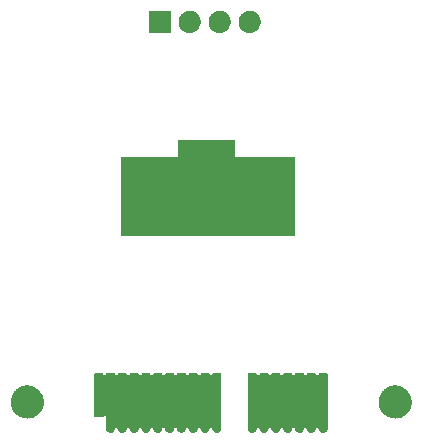
<source format=gbs>
G04 #@! TF.GenerationSoftware,KiCad,Pcbnew,(5.1.0-1558-g0ba0c1724)*
G04 #@! TF.CreationDate,2019-11-17T12:46:45-08:00*
G04 #@! TF.ProjectId,TMC2209_Driver,544d4332-3230-4395-9f44-72697665722e,rev?*
G04 #@! TF.SameCoordinates,Original*
G04 #@! TF.FileFunction,Soldermask,Bot*
G04 #@! TF.FilePolarity,Negative*
%FSLAX46Y46*%
G04 Gerber Fmt 4.6, Leading zero omitted, Abs format (unit mm)*
G04 Created by KiCad (PCBNEW (5.1.0-1558-g0ba0c1724)) date 2019-11-17 12:46:45*
%MOMM*%
%LPD*%
G04 APERTURE LIST*
%ADD10C,0.100000*%
G04 APERTURE END LIST*
D10*
G36*
X117997699Y-108337159D02*
G01*
X118014569Y-108348431D01*
X118025841Y-108365301D01*
X118030203Y-108387231D01*
X118062849Y-108449641D01*
X118124055Y-108484493D01*
X118194386Y-108480722D01*
X118251514Y-108439527D01*
X118275397Y-108387231D01*
X118279759Y-108365301D01*
X118291031Y-108348431D01*
X118307901Y-108337159D01*
X118340112Y-108330752D01*
X118965488Y-108330752D01*
X118997699Y-108337159D01*
X119014569Y-108348431D01*
X119025841Y-108365301D01*
X119030203Y-108387231D01*
X119062849Y-108449641D01*
X119124055Y-108484493D01*
X119194386Y-108480722D01*
X119251514Y-108439527D01*
X119275397Y-108387231D01*
X119279759Y-108365301D01*
X119291031Y-108348431D01*
X119307901Y-108337159D01*
X119340112Y-108330752D01*
X119965488Y-108330752D01*
X119997699Y-108337159D01*
X120014569Y-108348431D01*
X120025841Y-108365301D01*
X120030203Y-108387231D01*
X120062849Y-108449641D01*
X120124055Y-108484493D01*
X120194386Y-108480722D01*
X120251514Y-108439527D01*
X120275397Y-108387231D01*
X120279759Y-108365301D01*
X120291031Y-108348431D01*
X120307901Y-108337159D01*
X120340112Y-108330752D01*
X120965488Y-108330752D01*
X120997699Y-108337159D01*
X121014569Y-108348431D01*
X121025841Y-108365301D01*
X121030203Y-108387231D01*
X121062849Y-108449641D01*
X121124055Y-108484493D01*
X121194386Y-108480722D01*
X121251514Y-108439527D01*
X121275397Y-108387231D01*
X121279759Y-108365301D01*
X121291031Y-108348431D01*
X121307901Y-108337159D01*
X121340112Y-108330752D01*
X121965488Y-108330752D01*
X121997699Y-108337159D01*
X122014569Y-108348431D01*
X122025841Y-108365301D01*
X122030203Y-108387231D01*
X122062849Y-108449641D01*
X122124055Y-108484493D01*
X122194386Y-108480722D01*
X122251514Y-108439527D01*
X122275397Y-108387231D01*
X122279759Y-108365301D01*
X122291031Y-108348431D01*
X122307901Y-108337159D01*
X122340112Y-108330752D01*
X122965488Y-108330752D01*
X122997699Y-108337159D01*
X123014569Y-108348431D01*
X123025841Y-108365301D01*
X123030203Y-108387231D01*
X123062849Y-108449641D01*
X123124055Y-108484493D01*
X123194386Y-108480722D01*
X123251514Y-108439527D01*
X123275397Y-108387231D01*
X123279759Y-108365301D01*
X123291031Y-108348431D01*
X123307901Y-108337159D01*
X123340112Y-108330752D01*
X123965488Y-108330752D01*
X123997699Y-108337159D01*
X124014569Y-108348431D01*
X124025841Y-108365301D01*
X124030203Y-108387231D01*
X124062849Y-108449641D01*
X124124055Y-108484493D01*
X124194386Y-108480722D01*
X124251514Y-108439527D01*
X124275397Y-108387231D01*
X124279759Y-108365301D01*
X124291031Y-108348431D01*
X124307901Y-108337159D01*
X124340112Y-108330752D01*
X124965488Y-108330752D01*
X124997699Y-108337159D01*
X125014569Y-108348431D01*
X125025841Y-108365301D01*
X125030203Y-108387231D01*
X125062849Y-108449641D01*
X125124055Y-108484493D01*
X125194386Y-108480722D01*
X125251514Y-108439527D01*
X125275397Y-108387231D01*
X125279759Y-108365301D01*
X125291031Y-108348431D01*
X125307901Y-108337159D01*
X125340112Y-108330752D01*
X125965488Y-108330752D01*
X125997699Y-108337159D01*
X126014569Y-108348431D01*
X126025841Y-108365301D01*
X126030203Y-108387231D01*
X126062849Y-108449641D01*
X126124055Y-108484493D01*
X126194386Y-108480722D01*
X126251514Y-108439527D01*
X126275397Y-108387231D01*
X126279759Y-108365301D01*
X126291031Y-108348431D01*
X126307901Y-108337159D01*
X126340112Y-108330752D01*
X126965488Y-108330752D01*
X126997699Y-108337159D01*
X127014569Y-108348431D01*
X127025841Y-108365301D01*
X127030203Y-108387231D01*
X127062849Y-108449641D01*
X127124055Y-108484493D01*
X127194386Y-108480722D01*
X127251514Y-108439527D01*
X127275397Y-108387231D01*
X127279759Y-108365301D01*
X127291031Y-108348431D01*
X127307901Y-108337159D01*
X127340112Y-108330752D01*
X127965488Y-108330752D01*
X127997699Y-108337159D01*
X128014569Y-108348431D01*
X128025841Y-108365301D01*
X128032248Y-108397512D01*
X128032248Y-112952972D01*
X128032824Y-112955291D01*
X128032248Y-112961942D01*
X128032248Y-112972889D01*
X128031143Y-112978443D01*
X128028948Y-113000039D01*
X128028740Y-113002449D01*
X128028502Y-113041352D01*
X128024094Y-113056093D01*
X128022023Y-113080000D01*
X128006325Y-113115508D01*
X127997643Y-113144540D01*
X127984582Y-113164691D01*
X127971409Y-113194487D01*
X127950859Y-113216718D01*
X127939062Y-113234918D01*
X127914358Y-113256204D01*
X127886440Y-113286406D01*
X127867359Y-113296702D01*
X127857466Y-113305226D01*
X127819935Y-113322290D01*
X127776277Y-113345847D01*
X127763417Y-113347988D01*
X127759415Y-113349807D01*
X127709755Y-113356919D01*
X127684036Y-113361200D01*
X127627622Y-113361200D01*
X127541382Y-113348312D01*
X127491931Y-113325095D01*
X127469156Y-113319247D01*
X127453958Y-113307266D01*
X127444239Y-113302703D01*
X127411565Y-113273846D01*
X127370853Y-113241752D01*
X127365052Y-113232768D01*
X127363509Y-113231405D01*
X127335123Y-113186415D01*
X127302953Y-113136592D01*
X127289536Y-113082580D01*
X127273420Y-113026190D01*
X127235770Y-112966665D01*
X127171915Y-112936944D01*
X127102129Y-112946464D01*
X127048568Y-112992202D01*
X127033475Y-113024724D01*
X127024093Y-113056094D01*
X127022023Y-113080000D01*
X127006326Y-113115507D01*
X126997643Y-113144540D01*
X126984582Y-113164691D01*
X126971409Y-113194487D01*
X126950859Y-113216718D01*
X126939062Y-113234918D01*
X126914358Y-113256204D01*
X126886440Y-113286406D01*
X126867359Y-113296702D01*
X126857466Y-113305226D01*
X126819935Y-113322290D01*
X126776277Y-113345847D01*
X126763417Y-113347988D01*
X126759415Y-113349807D01*
X126709755Y-113356919D01*
X126684036Y-113361200D01*
X126627622Y-113361200D01*
X126541382Y-113348312D01*
X126491931Y-113325095D01*
X126469156Y-113319247D01*
X126453958Y-113307266D01*
X126444239Y-113302703D01*
X126411565Y-113273846D01*
X126370853Y-113241752D01*
X126365052Y-113232768D01*
X126363509Y-113231405D01*
X126335123Y-113186415D01*
X126302953Y-113136592D01*
X126289536Y-113082580D01*
X126273420Y-113026190D01*
X126235770Y-112966665D01*
X126171915Y-112936944D01*
X126102129Y-112946464D01*
X126048568Y-112992202D01*
X126033475Y-113024724D01*
X126024093Y-113056094D01*
X126022023Y-113080000D01*
X126006326Y-113115507D01*
X125997643Y-113144540D01*
X125984582Y-113164691D01*
X125971409Y-113194487D01*
X125950859Y-113216718D01*
X125939062Y-113234918D01*
X125914358Y-113256204D01*
X125886440Y-113286406D01*
X125867359Y-113296702D01*
X125857466Y-113305226D01*
X125819935Y-113322290D01*
X125776277Y-113345847D01*
X125763417Y-113347988D01*
X125759415Y-113349807D01*
X125709755Y-113356919D01*
X125684036Y-113361200D01*
X125627622Y-113361200D01*
X125541382Y-113348312D01*
X125491931Y-113325095D01*
X125469156Y-113319247D01*
X125453958Y-113307266D01*
X125444239Y-113302703D01*
X125411565Y-113273846D01*
X125370853Y-113241752D01*
X125365052Y-113232768D01*
X125363509Y-113231405D01*
X125335123Y-113186415D01*
X125302953Y-113136592D01*
X125289536Y-113082580D01*
X125273420Y-113026190D01*
X125235770Y-112966665D01*
X125171915Y-112936944D01*
X125102129Y-112946464D01*
X125048568Y-112992202D01*
X125033475Y-113024724D01*
X125024093Y-113056094D01*
X125022023Y-113080000D01*
X125006326Y-113115507D01*
X124997643Y-113144540D01*
X124984582Y-113164691D01*
X124971409Y-113194487D01*
X124950859Y-113216718D01*
X124939062Y-113234918D01*
X124914358Y-113256204D01*
X124886440Y-113286406D01*
X124867359Y-113296702D01*
X124857466Y-113305226D01*
X124819935Y-113322290D01*
X124776277Y-113345847D01*
X124763417Y-113347988D01*
X124759415Y-113349807D01*
X124709755Y-113356919D01*
X124684036Y-113361200D01*
X124627622Y-113361200D01*
X124541382Y-113348312D01*
X124491931Y-113325095D01*
X124469156Y-113319247D01*
X124453958Y-113307266D01*
X124444239Y-113302703D01*
X124411565Y-113273846D01*
X124370853Y-113241752D01*
X124365052Y-113232768D01*
X124363509Y-113231405D01*
X124335123Y-113186415D01*
X124302953Y-113136592D01*
X124289536Y-113082580D01*
X124273420Y-113026190D01*
X124235770Y-112966665D01*
X124171915Y-112936944D01*
X124102129Y-112946464D01*
X124048568Y-112992202D01*
X124033475Y-113024724D01*
X124024093Y-113056094D01*
X124022023Y-113080000D01*
X124006326Y-113115507D01*
X123997643Y-113144540D01*
X123984582Y-113164691D01*
X123971409Y-113194487D01*
X123950859Y-113216718D01*
X123939062Y-113234918D01*
X123914358Y-113256204D01*
X123886440Y-113286406D01*
X123867359Y-113296702D01*
X123857466Y-113305226D01*
X123819935Y-113322290D01*
X123776277Y-113345847D01*
X123763417Y-113347988D01*
X123759415Y-113349807D01*
X123709755Y-113356919D01*
X123684036Y-113361200D01*
X123627622Y-113361200D01*
X123541382Y-113348312D01*
X123491931Y-113325095D01*
X123469156Y-113319247D01*
X123453958Y-113307266D01*
X123444239Y-113302703D01*
X123411565Y-113273846D01*
X123370853Y-113241752D01*
X123365052Y-113232768D01*
X123363509Y-113231405D01*
X123335123Y-113186415D01*
X123302953Y-113136592D01*
X123289536Y-113082580D01*
X123273420Y-113026190D01*
X123235770Y-112966665D01*
X123171915Y-112936944D01*
X123102129Y-112946464D01*
X123048568Y-112992202D01*
X123033475Y-113024724D01*
X123024093Y-113056094D01*
X123022023Y-113080000D01*
X123006326Y-113115507D01*
X122997643Y-113144540D01*
X122984582Y-113164691D01*
X122971409Y-113194487D01*
X122950859Y-113216718D01*
X122939062Y-113234918D01*
X122914358Y-113256204D01*
X122886440Y-113286406D01*
X122867359Y-113296702D01*
X122857466Y-113305226D01*
X122819935Y-113322290D01*
X122776277Y-113345847D01*
X122763417Y-113347988D01*
X122759415Y-113349807D01*
X122709755Y-113356919D01*
X122684036Y-113361200D01*
X122627622Y-113361200D01*
X122541382Y-113348312D01*
X122491931Y-113325095D01*
X122469156Y-113319247D01*
X122453958Y-113307266D01*
X122444239Y-113302703D01*
X122411565Y-113273846D01*
X122370853Y-113241752D01*
X122365052Y-113232768D01*
X122363509Y-113231405D01*
X122335123Y-113186415D01*
X122302953Y-113136592D01*
X122289536Y-113082580D01*
X122273420Y-113026190D01*
X122235770Y-112966665D01*
X122171915Y-112936944D01*
X122102129Y-112946464D01*
X122048568Y-112992202D01*
X122033475Y-113024724D01*
X122024093Y-113056094D01*
X122022023Y-113080000D01*
X122006326Y-113115507D01*
X121997643Y-113144540D01*
X121984582Y-113164691D01*
X121971409Y-113194487D01*
X121950859Y-113216718D01*
X121939062Y-113234918D01*
X121914358Y-113256204D01*
X121886440Y-113286406D01*
X121867359Y-113296702D01*
X121857466Y-113305226D01*
X121819935Y-113322290D01*
X121776277Y-113345847D01*
X121763417Y-113347988D01*
X121759415Y-113349807D01*
X121709755Y-113356919D01*
X121684036Y-113361200D01*
X121627622Y-113361200D01*
X121541382Y-113348312D01*
X121491931Y-113325095D01*
X121469156Y-113319247D01*
X121453958Y-113307266D01*
X121444239Y-113302703D01*
X121411565Y-113273846D01*
X121370853Y-113241752D01*
X121365052Y-113232768D01*
X121363509Y-113231405D01*
X121335123Y-113186415D01*
X121302953Y-113136592D01*
X121289536Y-113082580D01*
X121273420Y-113026190D01*
X121235770Y-112966665D01*
X121171915Y-112936944D01*
X121102129Y-112946464D01*
X121048568Y-112992202D01*
X121033475Y-113024724D01*
X121024093Y-113056094D01*
X121022023Y-113080000D01*
X121006326Y-113115507D01*
X120997643Y-113144540D01*
X120984582Y-113164691D01*
X120971409Y-113194487D01*
X120950859Y-113216718D01*
X120939062Y-113234918D01*
X120914358Y-113256204D01*
X120886440Y-113286406D01*
X120867359Y-113296702D01*
X120857466Y-113305226D01*
X120819935Y-113322290D01*
X120776277Y-113345847D01*
X120763417Y-113347988D01*
X120759415Y-113349807D01*
X120709755Y-113356919D01*
X120684036Y-113361200D01*
X120627622Y-113361200D01*
X120541382Y-113348312D01*
X120491931Y-113325095D01*
X120469156Y-113319247D01*
X120453958Y-113307266D01*
X120444239Y-113302703D01*
X120411565Y-113273846D01*
X120370853Y-113241752D01*
X120365052Y-113232768D01*
X120363509Y-113231405D01*
X120335123Y-113186415D01*
X120302953Y-113136592D01*
X120289536Y-113082580D01*
X120273420Y-113026190D01*
X120235770Y-112966665D01*
X120171915Y-112936944D01*
X120102129Y-112946464D01*
X120048568Y-112992202D01*
X120033475Y-113024724D01*
X120024093Y-113056094D01*
X120022023Y-113080000D01*
X120006326Y-113115507D01*
X119997643Y-113144540D01*
X119984582Y-113164691D01*
X119971409Y-113194487D01*
X119950859Y-113216718D01*
X119939062Y-113234918D01*
X119914358Y-113256204D01*
X119886440Y-113286406D01*
X119867359Y-113296702D01*
X119857466Y-113305226D01*
X119819935Y-113322290D01*
X119776277Y-113345847D01*
X119763417Y-113347988D01*
X119759415Y-113349807D01*
X119709755Y-113356919D01*
X119684036Y-113361200D01*
X119627622Y-113361200D01*
X119541382Y-113348312D01*
X119491931Y-113325095D01*
X119469156Y-113319247D01*
X119453958Y-113307266D01*
X119444239Y-113302703D01*
X119411565Y-113273846D01*
X119370853Y-113241752D01*
X119365052Y-113232768D01*
X119363509Y-113231405D01*
X119335123Y-113186415D01*
X119302953Y-113136592D01*
X119289536Y-113082580D01*
X119273420Y-113026190D01*
X119235770Y-112966665D01*
X119171915Y-112936944D01*
X119102129Y-112946464D01*
X119048568Y-112992202D01*
X119033475Y-113024724D01*
X119024093Y-113056094D01*
X119022023Y-113080000D01*
X119006326Y-113115507D01*
X118997643Y-113144540D01*
X118984582Y-113164691D01*
X118971409Y-113194487D01*
X118950859Y-113216718D01*
X118939062Y-113234918D01*
X118914358Y-113256204D01*
X118886440Y-113286406D01*
X118867359Y-113296702D01*
X118857466Y-113305226D01*
X118819935Y-113322290D01*
X118776277Y-113345847D01*
X118763417Y-113347988D01*
X118759415Y-113349807D01*
X118709755Y-113356919D01*
X118684036Y-113361200D01*
X118627622Y-113361200D01*
X118541382Y-113348312D01*
X118491931Y-113325095D01*
X118469156Y-113319247D01*
X118453958Y-113307266D01*
X118444239Y-113302703D01*
X118411565Y-113273846D01*
X118370853Y-113241752D01*
X118365052Y-113232768D01*
X118363509Y-113231405D01*
X118335131Y-113186428D01*
X118302953Y-113136592D01*
X118289535Y-113082574D01*
X118276439Y-113036754D01*
X118276480Y-113030021D01*
X118272776Y-113015109D01*
X118275189Y-112987250D01*
X118274249Y-112977398D01*
X118273352Y-112972888D01*
X118273352Y-112029912D01*
X118253509Y-111962332D01*
X118200279Y-111916209D01*
X118130564Y-111906185D01*
X118066496Y-111935444D01*
X118027093Y-112003225D01*
X118025841Y-112005099D01*
X118014569Y-112021969D01*
X117997699Y-112033241D01*
X117977800Y-112037199D01*
X117965488Y-112039648D01*
X117340112Y-112039648D01*
X117307901Y-112033241D01*
X117291031Y-112021969D01*
X117279759Y-112005099D01*
X117273352Y-111972888D01*
X117273352Y-108397512D01*
X117279759Y-108365301D01*
X117291031Y-108348431D01*
X117307901Y-108337159D01*
X117340112Y-108330752D01*
X117965488Y-108330752D01*
X117997699Y-108337159D01*
X117997699Y-108337159D01*
G37*
G36*
X130997699Y-108337159D02*
G01*
X131014569Y-108348431D01*
X131025841Y-108365301D01*
X131030203Y-108387231D01*
X131062849Y-108449641D01*
X131124055Y-108484493D01*
X131194386Y-108480722D01*
X131251514Y-108439527D01*
X131275397Y-108387231D01*
X131279759Y-108365301D01*
X131291031Y-108348431D01*
X131307901Y-108337159D01*
X131340112Y-108330752D01*
X131965488Y-108330752D01*
X131997699Y-108337159D01*
X132014569Y-108348431D01*
X132025841Y-108365301D01*
X132030203Y-108387231D01*
X132062849Y-108449641D01*
X132124055Y-108484493D01*
X132194386Y-108480722D01*
X132251514Y-108439527D01*
X132275397Y-108387231D01*
X132279759Y-108365301D01*
X132291031Y-108348431D01*
X132307901Y-108337159D01*
X132340112Y-108330752D01*
X132965488Y-108330752D01*
X132997699Y-108337159D01*
X133014569Y-108348431D01*
X133025841Y-108365301D01*
X133030203Y-108387231D01*
X133062849Y-108449641D01*
X133124055Y-108484493D01*
X133194386Y-108480722D01*
X133251514Y-108439527D01*
X133275397Y-108387231D01*
X133279759Y-108365301D01*
X133291031Y-108348431D01*
X133307901Y-108337159D01*
X133340112Y-108330752D01*
X133965488Y-108330752D01*
X133997699Y-108337159D01*
X134014569Y-108348431D01*
X134025841Y-108365301D01*
X134030203Y-108387231D01*
X134062849Y-108449641D01*
X134124055Y-108484493D01*
X134194386Y-108480722D01*
X134251514Y-108439527D01*
X134275397Y-108387231D01*
X134279759Y-108365301D01*
X134291031Y-108348431D01*
X134307901Y-108337159D01*
X134340112Y-108330752D01*
X134965488Y-108330752D01*
X134997699Y-108337159D01*
X135014569Y-108348431D01*
X135025841Y-108365301D01*
X135030203Y-108387231D01*
X135062849Y-108449641D01*
X135124055Y-108484493D01*
X135194386Y-108480722D01*
X135251514Y-108439527D01*
X135275397Y-108387231D01*
X135279759Y-108365301D01*
X135291031Y-108348431D01*
X135307901Y-108337159D01*
X135340112Y-108330752D01*
X135965488Y-108330752D01*
X135997699Y-108337159D01*
X136014569Y-108348431D01*
X136025841Y-108365301D01*
X136030203Y-108387231D01*
X136062849Y-108449641D01*
X136124055Y-108484493D01*
X136194386Y-108480722D01*
X136251514Y-108439527D01*
X136275397Y-108387231D01*
X136279759Y-108365301D01*
X136291031Y-108348431D01*
X136307901Y-108337159D01*
X136340112Y-108330752D01*
X136965488Y-108330752D01*
X136997699Y-108337159D01*
X137014569Y-108348431D01*
X137025841Y-108365301D01*
X137032248Y-108397512D01*
X137032248Y-112952972D01*
X137032824Y-112955291D01*
X137032248Y-112961942D01*
X137032248Y-112972889D01*
X137031143Y-112978443D01*
X137028948Y-113000039D01*
X137028740Y-113002449D01*
X137028502Y-113041352D01*
X137024094Y-113056093D01*
X137022023Y-113080000D01*
X137006325Y-113115508D01*
X136997643Y-113144540D01*
X136984582Y-113164691D01*
X136971409Y-113194487D01*
X136950859Y-113216718D01*
X136939062Y-113234918D01*
X136914358Y-113256204D01*
X136886440Y-113286406D01*
X136867359Y-113296702D01*
X136857466Y-113305226D01*
X136819935Y-113322290D01*
X136776277Y-113345847D01*
X136763417Y-113347988D01*
X136759415Y-113349807D01*
X136709755Y-113356919D01*
X136684036Y-113361200D01*
X136627622Y-113361200D01*
X136541382Y-113348312D01*
X136491931Y-113325095D01*
X136469156Y-113319247D01*
X136453958Y-113307266D01*
X136444239Y-113302703D01*
X136411565Y-113273846D01*
X136370853Y-113241752D01*
X136365052Y-113232768D01*
X136363509Y-113231405D01*
X136335123Y-113186415D01*
X136302953Y-113136592D01*
X136289536Y-113082580D01*
X136273420Y-113026190D01*
X136235770Y-112966665D01*
X136171915Y-112936944D01*
X136102129Y-112946464D01*
X136048568Y-112992202D01*
X136033475Y-113024724D01*
X136024093Y-113056094D01*
X136022023Y-113080000D01*
X136006326Y-113115507D01*
X135997643Y-113144540D01*
X135984582Y-113164691D01*
X135971409Y-113194487D01*
X135950859Y-113216718D01*
X135939062Y-113234918D01*
X135914358Y-113256204D01*
X135886440Y-113286406D01*
X135867359Y-113296702D01*
X135857466Y-113305226D01*
X135819935Y-113322290D01*
X135776277Y-113345847D01*
X135763417Y-113347988D01*
X135759415Y-113349807D01*
X135709755Y-113356919D01*
X135684036Y-113361200D01*
X135627622Y-113361200D01*
X135541382Y-113348312D01*
X135491931Y-113325095D01*
X135469156Y-113319247D01*
X135453958Y-113307266D01*
X135444239Y-113302703D01*
X135411565Y-113273846D01*
X135370853Y-113241752D01*
X135365052Y-113232768D01*
X135363509Y-113231405D01*
X135335123Y-113186415D01*
X135302953Y-113136592D01*
X135289536Y-113082580D01*
X135273420Y-113026190D01*
X135235770Y-112966665D01*
X135171915Y-112936944D01*
X135102129Y-112946464D01*
X135048568Y-112992202D01*
X135033475Y-113024724D01*
X135024093Y-113056094D01*
X135022023Y-113080000D01*
X135006326Y-113115507D01*
X134997643Y-113144540D01*
X134984582Y-113164691D01*
X134971409Y-113194487D01*
X134950859Y-113216718D01*
X134939062Y-113234918D01*
X134914358Y-113256204D01*
X134886440Y-113286406D01*
X134867359Y-113296702D01*
X134857466Y-113305226D01*
X134819935Y-113322290D01*
X134776277Y-113345847D01*
X134763417Y-113347988D01*
X134759415Y-113349807D01*
X134709755Y-113356919D01*
X134684036Y-113361200D01*
X134627622Y-113361200D01*
X134541382Y-113348312D01*
X134491931Y-113325095D01*
X134469156Y-113319247D01*
X134453958Y-113307266D01*
X134444239Y-113302703D01*
X134411565Y-113273846D01*
X134370853Y-113241752D01*
X134365052Y-113232768D01*
X134363509Y-113231405D01*
X134335123Y-113186415D01*
X134302953Y-113136592D01*
X134289536Y-113082580D01*
X134273420Y-113026190D01*
X134235770Y-112966665D01*
X134171915Y-112936944D01*
X134102129Y-112946464D01*
X134048568Y-112992202D01*
X134033475Y-113024724D01*
X134024093Y-113056094D01*
X134022023Y-113080000D01*
X134006326Y-113115507D01*
X133997643Y-113144540D01*
X133984582Y-113164691D01*
X133971409Y-113194487D01*
X133950859Y-113216718D01*
X133939062Y-113234918D01*
X133914358Y-113256204D01*
X133886440Y-113286406D01*
X133867359Y-113296702D01*
X133857466Y-113305226D01*
X133819935Y-113322290D01*
X133776277Y-113345847D01*
X133763417Y-113347988D01*
X133759415Y-113349807D01*
X133709755Y-113356919D01*
X133684036Y-113361200D01*
X133627622Y-113361200D01*
X133541382Y-113348312D01*
X133491931Y-113325095D01*
X133469156Y-113319247D01*
X133453958Y-113307266D01*
X133444239Y-113302703D01*
X133411565Y-113273846D01*
X133370853Y-113241752D01*
X133365052Y-113232768D01*
X133363509Y-113231405D01*
X133335123Y-113186415D01*
X133302953Y-113136592D01*
X133289536Y-113082580D01*
X133273420Y-113026190D01*
X133235770Y-112966665D01*
X133171915Y-112936944D01*
X133102129Y-112946464D01*
X133048568Y-112992202D01*
X133033475Y-113024724D01*
X133024093Y-113056094D01*
X133022023Y-113080000D01*
X133006326Y-113115507D01*
X132997643Y-113144540D01*
X132984582Y-113164691D01*
X132971409Y-113194487D01*
X132950859Y-113216718D01*
X132939062Y-113234918D01*
X132914358Y-113256204D01*
X132886440Y-113286406D01*
X132867359Y-113296702D01*
X132857466Y-113305226D01*
X132819935Y-113322290D01*
X132776277Y-113345847D01*
X132763417Y-113347988D01*
X132759415Y-113349807D01*
X132709755Y-113356919D01*
X132684036Y-113361200D01*
X132627622Y-113361200D01*
X132541382Y-113348312D01*
X132491931Y-113325095D01*
X132469156Y-113319247D01*
X132453958Y-113307266D01*
X132444239Y-113302703D01*
X132411565Y-113273846D01*
X132370853Y-113241752D01*
X132365052Y-113232768D01*
X132363509Y-113231405D01*
X132335123Y-113186415D01*
X132302953Y-113136592D01*
X132289536Y-113082580D01*
X132273420Y-113026190D01*
X132235770Y-112966665D01*
X132171915Y-112936944D01*
X132102129Y-112946464D01*
X132048568Y-112992202D01*
X132033475Y-113024724D01*
X132024093Y-113056094D01*
X132022023Y-113080000D01*
X132006326Y-113115507D01*
X131997643Y-113144540D01*
X131984582Y-113164691D01*
X131971409Y-113194487D01*
X131950859Y-113216718D01*
X131939062Y-113234918D01*
X131914358Y-113256204D01*
X131886440Y-113286406D01*
X131867359Y-113296702D01*
X131857466Y-113305226D01*
X131819935Y-113322290D01*
X131776277Y-113345847D01*
X131763417Y-113347988D01*
X131759415Y-113349807D01*
X131709755Y-113356919D01*
X131684036Y-113361200D01*
X131627622Y-113361200D01*
X131541382Y-113348312D01*
X131491931Y-113325095D01*
X131469156Y-113319247D01*
X131453958Y-113307266D01*
X131444239Y-113302703D01*
X131411565Y-113273846D01*
X131370853Y-113241752D01*
X131365052Y-113232768D01*
X131363509Y-113231405D01*
X131335123Y-113186415D01*
X131302953Y-113136592D01*
X131289536Y-113082580D01*
X131273420Y-113026190D01*
X131235770Y-112966665D01*
X131171915Y-112936944D01*
X131102129Y-112946464D01*
X131048568Y-112992202D01*
X131033475Y-113024724D01*
X131024093Y-113056094D01*
X131022023Y-113080000D01*
X131006326Y-113115507D01*
X130997643Y-113144540D01*
X130984582Y-113164691D01*
X130971409Y-113194487D01*
X130950859Y-113216718D01*
X130939062Y-113234918D01*
X130914358Y-113256204D01*
X130886440Y-113286406D01*
X130867359Y-113296702D01*
X130857466Y-113305226D01*
X130819935Y-113322290D01*
X130776277Y-113345847D01*
X130763417Y-113347988D01*
X130759415Y-113349807D01*
X130709755Y-113356919D01*
X130684036Y-113361200D01*
X130627622Y-113361200D01*
X130541382Y-113348312D01*
X130491931Y-113325095D01*
X130469156Y-113319247D01*
X130453958Y-113307266D01*
X130444239Y-113302703D01*
X130411565Y-113273846D01*
X130370853Y-113241752D01*
X130365052Y-113232768D01*
X130363509Y-113231405D01*
X130335131Y-113186428D01*
X130302953Y-113136592D01*
X130289535Y-113082574D01*
X130276439Y-113036754D01*
X130276480Y-113030021D01*
X130272776Y-113015109D01*
X130275189Y-112987250D01*
X130274249Y-112977398D01*
X130273352Y-112972888D01*
X130273352Y-108397512D01*
X130279759Y-108365301D01*
X130291031Y-108348431D01*
X130307901Y-108337159D01*
X130340112Y-108330752D01*
X130965488Y-108330752D01*
X130997699Y-108337159D01*
X130997699Y-108337159D01*
G37*
G36*
X111609157Y-109341794D02*
G01*
X111663764Y-109339887D01*
X111721626Y-109347197D01*
X111785961Y-109350287D01*
X111839288Y-109362060D01*
X111887430Y-109368142D01*
X111949258Y-109386339D01*
X112018128Y-109401544D01*
X112063047Y-109419829D01*
X112103709Y-109431797D01*
X112167351Y-109462289D01*
X112238340Y-109491187D01*
X112274327Y-109513543D01*
X112307022Y-109529208D01*
X112369994Y-109572975D01*
X112440300Y-109616651D01*
X112467423Y-109640689D01*
X112492151Y-109657876D01*
X112551712Y-109715394D01*
X112618233Y-109774350D01*
X112637079Y-109797832D01*
X112654327Y-109814488D01*
X112707597Y-109885696D01*
X112767051Y-109959774D01*
X112778689Y-109980726D01*
X112789376Y-109995012D01*
X112833429Y-110079277D01*
X112882500Y-110167622D01*
X112888405Y-110184436D01*
X112893823Y-110194800D01*
X112925765Y-110290820D01*
X112961279Y-110391949D01*
X112963238Y-110403468D01*
X112964988Y-110408730D01*
X112982172Y-110514827D01*
X113001134Y-110626344D01*
X112998362Y-110890974D01*
X112977096Y-111001929D01*
X112957668Y-111107785D01*
X112955804Y-111113020D01*
X112953607Y-111124482D01*
X112916015Y-111224760D01*
X112882040Y-111320172D01*
X112876403Y-111330425D01*
X112870148Y-111347111D01*
X112819233Y-111434417D01*
X112773428Y-111517735D01*
X112762446Y-111531791D01*
X112750372Y-111552495D01*
X112689378Y-111625315D01*
X112634630Y-111695388D01*
X112617038Y-111711678D01*
X112597703Y-111734762D01*
X112529965Y-111792310D01*
X112469208Y-111848571D01*
X112444120Y-111865239D01*
X112416506Y-111888699D01*
X112345311Y-111930888D01*
X112281430Y-111973330D01*
X112248414Y-111988307D01*
X112211963Y-112009907D01*
X112140385Y-112037312D01*
X112076117Y-112066465D01*
X112035208Y-112077580D01*
X111989922Y-112094918D01*
X111920749Y-112108677D01*
X111858555Y-112125575D01*
X111810300Y-112130647D01*
X111756733Y-112141302D01*
X111692349Y-112143044D01*
X111634342Y-112149141D01*
X111579778Y-112146090D01*
X111519061Y-112147733D01*
X111461351Y-112139468D01*
X111409244Y-112136555D01*
X111349905Y-112123509D01*
X111283704Y-112114028D01*
X111234032Y-112098032D01*
X111189053Y-112088143D01*
X111126870Y-112063523D01*
X111057391Y-112041149D01*
X111016562Y-112019849D01*
X110979438Y-112005151D01*
X110916723Y-111967765D01*
X110846593Y-111931180D01*
X110814820Y-111907019D01*
X110785787Y-111889712D01*
X110725161Y-111838841D01*
X110657337Y-111787266D01*
X110634275Y-111762578D01*
X110613083Y-111744796D01*
X110557378Y-111680261D01*
X110495034Y-111613522D01*
X110479830Y-111590419D01*
X110465769Y-111574130D01*
X110417889Y-111496303D01*
X110364326Y-111414916D01*
X110355698Y-111395214D01*
X110347635Y-111382108D01*
X110310454Y-111291901D01*
X110268950Y-111197127D01*
X110265247Y-111182221D01*
X110261724Y-111173673D01*
X110238028Y-111072643D01*
X110211632Y-110966381D01*
X110210949Y-110957191D01*
X110210243Y-110954181D01*
X110202554Y-110844219D01*
X110194012Y-110729276D01*
X110204980Y-110614318D01*
X110214951Y-110504758D01*
X110215718Y-110501769D01*
X110216594Y-110492592D01*
X110245231Y-110386825D01*
X110271018Y-110286391D01*
X110274716Y-110277928D01*
X110278731Y-110263097D01*
X110322214Y-110169206D01*
X110361273Y-110079804D01*
X110369611Y-110066866D01*
X110378648Y-110047353D01*
X110433893Y-109967120D01*
X110483403Y-109890297D01*
X110497804Y-109874303D01*
X110513486Y-109851528D01*
X110577201Y-109786123D01*
X110634258Y-109722754D01*
X110655822Y-109705416D01*
X110679392Y-109681221D01*
X110748275Y-109631083D01*
X110809957Y-109581489D01*
X110839345Y-109564794D01*
X110871620Y-109541302D01*
X110942503Y-109506192D01*
X111005986Y-109470129D01*
X111043412Y-109456210D01*
X111084675Y-109435772D01*
X111154594Y-109414862D01*
X111217294Y-109391544D01*
X111262486Y-109382596D01*
X111312465Y-109367649D01*
X111378830Y-109359559D01*
X111438445Y-109347755D01*
X111490605Y-109345934D01*
X111548477Y-109338879D01*
X111609157Y-109341794D01*
X111609157Y-109341794D01*
G37*
G36*
X142759157Y-109341794D02*
G01*
X142813764Y-109339887D01*
X142871626Y-109347197D01*
X142935961Y-109350287D01*
X142989288Y-109362060D01*
X143037430Y-109368142D01*
X143099258Y-109386339D01*
X143168128Y-109401544D01*
X143213047Y-109419829D01*
X143253709Y-109431797D01*
X143317351Y-109462289D01*
X143388340Y-109491187D01*
X143424327Y-109513543D01*
X143457022Y-109529208D01*
X143519994Y-109572975D01*
X143590300Y-109616651D01*
X143617423Y-109640689D01*
X143642151Y-109657876D01*
X143701712Y-109715394D01*
X143768233Y-109774350D01*
X143787079Y-109797832D01*
X143804327Y-109814488D01*
X143857597Y-109885696D01*
X143917051Y-109959774D01*
X143928689Y-109980726D01*
X143939376Y-109995012D01*
X143983429Y-110079277D01*
X144032500Y-110167622D01*
X144038405Y-110184436D01*
X144043823Y-110194800D01*
X144075765Y-110290820D01*
X144111279Y-110391949D01*
X144113238Y-110403468D01*
X144114988Y-110408730D01*
X144132172Y-110514827D01*
X144151134Y-110626344D01*
X144148362Y-110890974D01*
X144127096Y-111001929D01*
X144107668Y-111107785D01*
X144105804Y-111113020D01*
X144103607Y-111124482D01*
X144066015Y-111224760D01*
X144032040Y-111320172D01*
X144026403Y-111330425D01*
X144020148Y-111347111D01*
X143969233Y-111434417D01*
X143923428Y-111517735D01*
X143912446Y-111531791D01*
X143900372Y-111552495D01*
X143839378Y-111625315D01*
X143784630Y-111695388D01*
X143767038Y-111711678D01*
X143747703Y-111734762D01*
X143679965Y-111792310D01*
X143619208Y-111848571D01*
X143594120Y-111865239D01*
X143566506Y-111888699D01*
X143495311Y-111930888D01*
X143431430Y-111973330D01*
X143398414Y-111988307D01*
X143361963Y-112009907D01*
X143290385Y-112037312D01*
X143226117Y-112066465D01*
X143185208Y-112077580D01*
X143139922Y-112094918D01*
X143070749Y-112108677D01*
X143008555Y-112125575D01*
X142960300Y-112130647D01*
X142906733Y-112141302D01*
X142842349Y-112143044D01*
X142784342Y-112149141D01*
X142729778Y-112146090D01*
X142669061Y-112147733D01*
X142611351Y-112139468D01*
X142559244Y-112136555D01*
X142499905Y-112123509D01*
X142433704Y-112114028D01*
X142384032Y-112098032D01*
X142339053Y-112088143D01*
X142276870Y-112063523D01*
X142207391Y-112041149D01*
X142166562Y-112019849D01*
X142129438Y-112005151D01*
X142066723Y-111967765D01*
X141996593Y-111931180D01*
X141964820Y-111907019D01*
X141935787Y-111889712D01*
X141875161Y-111838841D01*
X141807337Y-111787266D01*
X141784275Y-111762578D01*
X141763083Y-111744796D01*
X141707378Y-111680261D01*
X141645034Y-111613522D01*
X141629830Y-111590419D01*
X141615769Y-111574130D01*
X141567889Y-111496303D01*
X141514326Y-111414916D01*
X141505698Y-111395214D01*
X141497635Y-111382108D01*
X141460454Y-111291901D01*
X141418950Y-111197127D01*
X141415247Y-111182221D01*
X141411724Y-111173673D01*
X141388028Y-111072643D01*
X141361632Y-110966381D01*
X141360949Y-110957191D01*
X141360243Y-110954181D01*
X141352554Y-110844219D01*
X141344012Y-110729276D01*
X141354980Y-110614318D01*
X141364951Y-110504758D01*
X141365718Y-110501769D01*
X141366594Y-110492592D01*
X141395231Y-110386825D01*
X141421018Y-110286391D01*
X141424716Y-110277928D01*
X141428731Y-110263097D01*
X141472214Y-110169206D01*
X141511273Y-110079804D01*
X141519611Y-110066866D01*
X141528648Y-110047353D01*
X141583893Y-109967120D01*
X141633403Y-109890297D01*
X141647804Y-109874303D01*
X141663486Y-109851528D01*
X141727201Y-109786123D01*
X141784258Y-109722754D01*
X141805822Y-109705416D01*
X141829392Y-109681221D01*
X141898275Y-109631083D01*
X141959957Y-109581489D01*
X141989345Y-109564794D01*
X142021620Y-109541302D01*
X142092503Y-109506192D01*
X142155986Y-109470129D01*
X142193412Y-109456210D01*
X142234675Y-109435772D01*
X142304594Y-109414862D01*
X142367294Y-109391544D01*
X142412486Y-109382596D01*
X142462465Y-109367649D01*
X142528830Y-109359559D01*
X142588445Y-109347755D01*
X142640605Y-109345934D01*
X142698477Y-109338879D01*
X142759157Y-109341794D01*
X142759157Y-109341794D01*
G37*
G36*
X129166279Y-89892601D02*
G01*
X129166282Y-89893295D01*
X129186500Y-89960764D01*
X129239985Y-90006591D01*
X129291279Y-90017600D01*
X134281828Y-90017600D01*
X134275718Y-96704149D01*
X127636161Y-96698415D01*
X119589855Y-96691467D01*
X119589853Y-96691467D01*
X119571882Y-96691451D01*
X119557800Y-90017600D01*
X124208001Y-90017600D01*
X124275581Y-89997757D01*
X124321704Y-89944527D01*
X124333000Y-89892601D01*
X124333000Y-88582500D01*
X129159000Y-88582500D01*
X129166279Y-89892601D01*
X129166279Y-89892601D01*
G37*
G36*
X125401058Y-77622494D02*
G01*
X125447732Y-77622820D01*
X125493452Y-77632205D01*
X125545513Y-77637677D01*
X125589101Y-77651840D01*
X125628313Y-77659889D01*
X125677472Y-77680553D01*
X125733438Y-77698738D01*
X125767461Y-77718381D01*
X125798251Y-77731324D01*
X125848002Y-77764881D01*
X125904561Y-77797536D01*
X125928888Y-77819441D01*
X125951083Y-77834411D01*
X125998113Y-77881771D01*
X126051403Y-77929753D01*
X126066782Y-77950921D01*
X126080976Y-77965214D01*
X126121705Y-78026516D01*
X126167547Y-78089612D01*
X126175512Y-78107501D01*
X126182993Y-78118761D01*
X126213752Y-78193389D01*
X126247917Y-78270124D01*
X126250619Y-78282837D01*
X126253239Y-78289193D01*
X126270517Y-78376451D01*
X126288999Y-78463402D01*
X126288999Y-78660998D01*
X126285998Y-78675115D01*
X126285910Y-78681444D01*
X126266404Y-78767301D01*
X126247917Y-78854276D01*
X126245317Y-78860116D01*
X126245264Y-78860349D01*
X126170285Y-79028754D01*
X126170145Y-79028952D01*
X126167547Y-79034788D01*
X126115309Y-79106687D01*
X126064024Y-79179389D01*
X126059041Y-79184134D01*
X126051403Y-79194647D01*
X125988958Y-79250873D01*
X125930523Y-79306519D01*
X125919118Y-79313757D01*
X125904561Y-79326864D01*
X125837008Y-79365866D01*
X125774881Y-79405293D01*
X125756102Y-79412577D01*
X125733438Y-79425662D01*
X125665227Y-79447825D01*
X125603007Y-79471959D01*
X125576647Y-79476607D01*
X125545513Y-79486723D01*
X125480556Y-79493550D01*
X125421467Y-79503969D01*
X125388079Y-79503270D01*
X125349000Y-79507377D01*
X125290472Y-79501226D01*
X125237159Y-79500109D01*
X125198064Y-79491513D01*
X125152487Y-79486723D01*
X125102696Y-79470545D01*
X125057115Y-79460523D01*
X125014348Y-79441839D01*
X124964562Y-79425662D01*
X124924876Y-79402749D01*
X124888191Y-79386722D01*
X124844397Y-79356285D01*
X124793439Y-79326864D01*
X124764247Y-79300580D01*
X124736818Y-79281516D01*
X124695128Y-79238345D01*
X124646597Y-79194647D01*
X124627356Y-79168164D01*
X124608759Y-79148906D01*
X124572602Y-79092801D01*
X124530453Y-79034788D01*
X124519811Y-79010885D01*
X124508898Y-78993952D01*
X124481808Y-78925530D01*
X124450083Y-78854276D01*
X124446011Y-78835118D01*
X124441036Y-78822553D01*
X124426463Y-78743153D01*
X124409001Y-78660998D01*
X124409001Y-78648008D01*
X124407759Y-78641241D01*
X124409001Y-78552297D01*
X124409001Y-78463402D01*
X124410330Y-78457151D01*
X124410333Y-78456908D01*
X124448659Y-78276599D01*
X124448754Y-78276378D01*
X124450083Y-78270124D01*
X124486249Y-78188895D01*
X124521283Y-78107154D01*
X124525171Y-78101476D01*
X124530453Y-78089612D01*
X124579810Y-78021678D01*
X124625429Y-77955053D01*
X124635087Y-77945595D01*
X124646597Y-77929753D01*
X124704558Y-77877564D01*
X124757137Y-77826076D01*
X124773991Y-77815047D01*
X124793439Y-77797536D01*
X124855549Y-77761677D01*
X124911395Y-77725132D01*
X124936216Y-77715104D01*
X124964562Y-77698738D01*
X125026671Y-77678557D01*
X125082312Y-77656077D01*
X125115119Y-77649819D01*
X125152487Y-77637677D01*
X125211016Y-77631525D01*
X125263393Y-77621534D01*
X125303423Y-77621813D01*
X125349000Y-77617023D01*
X125401058Y-77622494D01*
X125401058Y-77622494D01*
G37*
G36*
X127941058Y-77622494D02*
G01*
X127987732Y-77622820D01*
X128033452Y-77632205D01*
X128085513Y-77637677D01*
X128129101Y-77651840D01*
X128168313Y-77659889D01*
X128217472Y-77680553D01*
X128273438Y-77698738D01*
X128307461Y-77718381D01*
X128338251Y-77731324D01*
X128388002Y-77764881D01*
X128444561Y-77797536D01*
X128468888Y-77819441D01*
X128491083Y-77834411D01*
X128538113Y-77881771D01*
X128591403Y-77929753D01*
X128606782Y-77950921D01*
X128620976Y-77965214D01*
X128661705Y-78026516D01*
X128707547Y-78089612D01*
X128715512Y-78107501D01*
X128722993Y-78118761D01*
X128753752Y-78193389D01*
X128787917Y-78270124D01*
X128790619Y-78282837D01*
X128793239Y-78289193D01*
X128810517Y-78376451D01*
X128828999Y-78463402D01*
X128828999Y-78660998D01*
X128825998Y-78675115D01*
X128825910Y-78681444D01*
X128806404Y-78767301D01*
X128787917Y-78854276D01*
X128785317Y-78860116D01*
X128785264Y-78860349D01*
X128710285Y-79028754D01*
X128710145Y-79028952D01*
X128707547Y-79034788D01*
X128655309Y-79106687D01*
X128604024Y-79179389D01*
X128599041Y-79184134D01*
X128591403Y-79194647D01*
X128528958Y-79250873D01*
X128470523Y-79306519D01*
X128459118Y-79313757D01*
X128444561Y-79326864D01*
X128377008Y-79365866D01*
X128314881Y-79405293D01*
X128296102Y-79412577D01*
X128273438Y-79425662D01*
X128205227Y-79447825D01*
X128143007Y-79471959D01*
X128116647Y-79476607D01*
X128085513Y-79486723D01*
X128020556Y-79493550D01*
X127961467Y-79503969D01*
X127928079Y-79503270D01*
X127889000Y-79507377D01*
X127830472Y-79501226D01*
X127777159Y-79500109D01*
X127738064Y-79491513D01*
X127692487Y-79486723D01*
X127642696Y-79470545D01*
X127597115Y-79460523D01*
X127554348Y-79441839D01*
X127504562Y-79425662D01*
X127464876Y-79402749D01*
X127428191Y-79386722D01*
X127384397Y-79356285D01*
X127333439Y-79326864D01*
X127304247Y-79300580D01*
X127276818Y-79281516D01*
X127235128Y-79238345D01*
X127186597Y-79194647D01*
X127167356Y-79168164D01*
X127148759Y-79148906D01*
X127112602Y-79092801D01*
X127070453Y-79034788D01*
X127059811Y-79010885D01*
X127048898Y-78993952D01*
X127021808Y-78925530D01*
X126990083Y-78854276D01*
X126986011Y-78835118D01*
X126981036Y-78822553D01*
X126966463Y-78743153D01*
X126949001Y-78660998D01*
X126949001Y-78648008D01*
X126947759Y-78641241D01*
X126949001Y-78552297D01*
X126949001Y-78463402D01*
X126950330Y-78457151D01*
X126950333Y-78456908D01*
X126988659Y-78276599D01*
X126988754Y-78276378D01*
X126990083Y-78270124D01*
X127026249Y-78188895D01*
X127061283Y-78107154D01*
X127065171Y-78101476D01*
X127070453Y-78089612D01*
X127119810Y-78021678D01*
X127165429Y-77955053D01*
X127175087Y-77945595D01*
X127186597Y-77929753D01*
X127244558Y-77877564D01*
X127297137Y-77826076D01*
X127313991Y-77815047D01*
X127333439Y-77797536D01*
X127395549Y-77761677D01*
X127451395Y-77725132D01*
X127476216Y-77715104D01*
X127504562Y-77698738D01*
X127566671Y-77678557D01*
X127622312Y-77656077D01*
X127655119Y-77649819D01*
X127692487Y-77637677D01*
X127751016Y-77631525D01*
X127803393Y-77621534D01*
X127843423Y-77621813D01*
X127889000Y-77617023D01*
X127941058Y-77622494D01*
X127941058Y-77622494D01*
G37*
G36*
X130481058Y-77622494D02*
G01*
X130527732Y-77622820D01*
X130573452Y-77632205D01*
X130625513Y-77637677D01*
X130669101Y-77651840D01*
X130708313Y-77659889D01*
X130757472Y-77680553D01*
X130813438Y-77698738D01*
X130847461Y-77718381D01*
X130878251Y-77731324D01*
X130928002Y-77764881D01*
X130984561Y-77797536D01*
X131008888Y-77819441D01*
X131031083Y-77834411D01*
X131078113Y-77881771D01*
X131131403Y-77929753D01*
X131146782Y-77950921D01*
X131160976Y-77965214D01*
X131201705Y-78026516D01*
X131247547Y-78089612D01*
X131255512Y-78107501D01*
X131262993Y-78118761D01*
X131293752Y-78193389D01*
X131327917Y-78270124D01*
X131330619Y-78282837D01*
X131333239Y-78289193D01*
X131350517Y-78376451D01*
X131368999Y-78463402D01*
X131368999Y-78660998D01*
X131365998Y-78675115D01*
X131365910Y-78681444D01*
X131346404Y-78767301D01*
X131327917Y-78854276D01*
X131325317Y-78860116D01*
X131325264Y-78860349D01*
X131250285Y-79028754D01*
X131250145Y-79028952D01*
X131247547Y-79034788D01*
X131195309Y-79106687D01*
X131144024Y-79179389D01*
X131139041Y-79184134D01*
X131131403Y-79194647D01*
X131068958Y-79250873D01*
X131010523Y-79306519D01*
X130999118Y-79313757D01*
X130984561Y-79326864D01*
X130917008Y-79365866D01*
X130854881Y-79405293D01*
X130836102Y-79412577D01*
X130813438Y-79425662D01*
X130745227Y-79447825D01*
X130683007Y-79471959D01*
X130656647Y-79476607D01*
X130625513Y-79486723D01*
X130560556Y-79493550D01*
X130501467Y-79503969D01*
X130468079Y-79503270D01*
X130429000Y-79507377D01*
X130370472Y-79501226D01*
X130317159Y-79500109D01*
X130278064Y-79491513D01*
X130232487Y-79486723D01*
X130182696Y-79470545D01*
X130137115Y-79460523D01*
X130094348Y-79441839D01*
X130044562Y-79425662D01*
X130004876Y-79402749D01*
X129968191Y-79386722D01*
X129924397Y-79356285D01*
X129873439Y-79326864D01*
X129844247Y-79300580D01*
X129816818Y-79281516D01*
X129775128Y-79238345D01*
X129726597Y-79194647D01*
X129707356Y-79168164D01*
X129688759Y-79148906D01*
X129652602Y-79092801D01*
X129610453Y-79034788D01*
X129599811Y-79010885D01*
X129588898Y-78993952D01*
X129561808Y-78925530D01*
X129530083Y-78854276D01*
X129526011Y-78835118D01*
X129521036Y-78822553D01*
X129506463Y-78743153D01*
X129489001Y-78660998D01*
X129489001Y-78648008D01*
X129487759Y-78641241D01*
X129489001Y-78552297D01*
X129489001Y-78463402D01*
X129490330Y-78457151D01*
X129490333Y-78456908D01*
X129528659Y-78276599D01*
X129528754Y-78276378D01*
X129530083Y-78270124D01*
X129566249Y-78188895D01*
X129601283Y-78107154D01*
X129605171Y-78101476D01*
X129610453Y-78089612D01*
X129659810Y-78021678D01*
X129705429Y-77955053D01*
X129715087Y-77945595D01*
X129726597Y-77929753D01*
X129784558Y-77877564D01*
X129837137Y-77826076D01*
X129853991Y-77815047D01*
X129873439Y-77797536D01*
X129935549Y-77761677D01*
X129991395Y-77725132D01*
X130016216Y-77715104D01*
X130044562Y-77698738D01*
X130106671Y-77678557D01*
X130162312Y-77656077D01*
X130195119Y-77649819D01*
X130232487Y-77637677D01*
X130291016Y-77631525D01*
X130343393Y-77621534D01*
X130383423Y-77621813D01*
X130429000Y-77617023D01*
X130481058Y-77622494D01*
X130481058Y-77622494D01*
G37*
G36*
X123717899Y-77625159D02*
G01*
X123734769Y-77636431D01*
X123746041Y-77653301D01*
X123752448Y-77685512D01*
X123752448Y-79438888D01*
X123749999Y-79451200D01*
X123746041Y-79471099D01*
X123734769Y-79487969D01*
X123717899Y-79499241D01*
X123698000Y-79503199D01*
X123685688Y-79505648D01*
X121932312Y-79505648D01*
X121900101Y-79499241D01*
X121883231Y-79487969D01*
X121871959Y-79471099D01*
X121865552Y-79438888D01*
X121865552Y-77685512D01*
X121871959Y-77653301D01*
X121883231Y-77636431D01*
X121900101Y-77625159D01*
X121932312Y-77618752D01*
X123685688Y-77618752D01*
X123717899Y-77625159D01*
X123717899Y-77625159D01*
G37*
M02*

</source>
